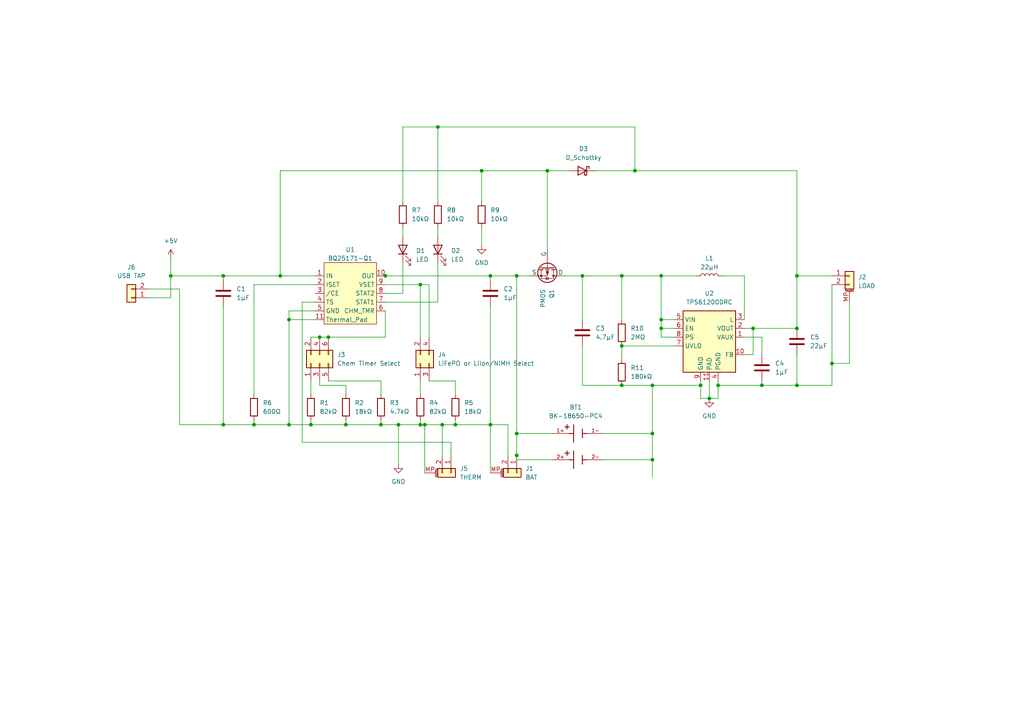
<source format=kicad_sch>
(kicad_sch (version 20231120) (generator "eeschema") (generator_version "8.0")
  (paper "A4")
  (title_block (title "Chatter Battery Charger Backpack") (date "2024-10-20") (rev "0.1.0") (company "Racer159"))
  (lib_symbols
    (symbol "BK-18650-PC4:BK-18650-PC4" (pin_names (offset 1.016))
      (property "Reference" "BT" (at -3.81 6.35 0))
      (property "Value" "BK-18650-PC4" (at -3.81 -10.16 0))
      (symbol "BK-18650-PC4_0_0"
        (polyline (pts (xy -3.81 -3.175) (xy -2.54 -3.175)) (stroke (width 0.254)))
        (polyline (pts (xy -3.81 4.445) (xy -2.54 4.445)) (stroke (width 0.254)))
        (polyline (pts (xy -3.175 -2.54) (xy -3.175 -3.81)) (stroke (width 0.254)))
        (polyline (pts (xy -3.175 5.08) (xy -3.175 3.81)) (stroke (width 0.254)))
        (polyline (pts (xy -1.27 -5.08) (xy -2.54 -5.08)) (stroke (width 0.254)))
        (polyline (pts (xy -1.27 -5.08) (xy -1.27 -7.62)) (stroke (width 0.254)))
        (polyline (pts (xy -1.27 -2.54) (xy -1.27 -5.08)) (stroke (width 0.254)))
        (polyline (pts (xy -1.27 2.54) (xy -2.54 2.54)) (stroke (width 0.254)))
        (polyline (pts (xy -1.27 2.54) (xy -1.27 0)) (stroke (width 0.254)))
        (polyline (pts (xy -1.27 5.08) (xy -1.27 2.54)) (stroke (width 0.254)))
        (polyline (pts (xy 1.27 -5.08) (xy 1.27 -6.35)) (stroke (width 0.254)))
        (polyline (pts (xy 1.27 -5.08) (xy 2.54 -5.08)) (stroke (width 0.254)))
        (polyline (pts (xy 1.27 -3.81) (xy 1.27 -5.08)) (stroke (width 0.254)))
        (polyline (pts (xy 1.27 2.54) (xy 1.27 1.27)) (stroke (width 0.254)))
        (polyline (pts (xy 1.27 2.54) (xy 2.54 2.54)) (stroke (width 0.254)))
        (polyline (pts (xy 1.27 3.81) (xy 1.27 2.54)) (stroke (width 0.254)))
        (pin passive line (at -7.62 2.54 0) (length 5.08) (name "~") (number "1+"))
        (pin passive line (at 7.62 2.54 180) (length 5.08) (name "~") (number "1-"))
        (pin passive line (at -7.62 -5.08 0) (length 5.08) (name "~") (number "2+"))
        (pin passive line (at 7.62 -5.08 180) (length 5.08) (name "~") (number "2-"))
      )
    )
    (symbol "Connector_Generic:Conn_01x02" (pin_names (offset 1.016) hide)
      (property "Reference" "J" (at 0 2.54 0))
      (property "Value" "Conn_01x02" (at 0 -5.08 0))
      (symbol "Conn_01x02_1_1"
        (rectangle (start -1.27 -2.413) (end 0 -2.667) (stroke (width 0.1524)))
        (rectangle (start -1.27 0.127) (end 0 -0.127) (stroke (width 0.1524)))
        (rectangle (start -1.27 1.27) (end 1.27 -3.81) (stroke (width 0.254)) (fill (type background)))
        (pin passive line (at -5.08 0 0) (length 3.81) (name "Pin_1") (number "1"))
        (pin passive line (at -5.08 -2.54 0) (length 3.81) (name "Pin_2") (number "2"))
      )
    )
    (symbol "Connector_Generic:Conn_02x02_Odd_Even" (pin_names (offset 1.016) hide)
      (property "Reference" "J" (at 1.27 2.54 0))
      (property "Value" "Conn_02x02_Odd_Even" (at 1.27 -5.08 0))
      (symbol "Conn_02x02_Odd_Even_1_1"
        (rectangle (start -1.27 -2.413) (end 0 -2.667) (stroke (width 0.1524)))
        (rectangle (start -1.27 0.127) (end 0 -0.127) (stroke (width 0.1524)))
        (rectangle (start -1.27 1.27) (end 3.81 -3.81) (stroke (width 0.254)) (fill (type background)))
        (rectangle (start 3.81 -2.413) (end 2.54 -2.667) (stroke (width 0.1524)))
        (rectangle (start 3.81 0.127) (end 2.54 -0.127) (stroke (width 0.1524)))
        (pin passive line (at -5.08 0 0) (length 3.81) (name "Pin_1") (number "1"))
        (pin passive line (at 7.62 0 180) (length 3.81) (name "Pin_2") (number "2"))
        (pin passive line (at -5.08 -2.54 0) (length 3.81) (name "Pin_3") (number "3"))
        (pin passive line (at 7.62 -2.54 180) (length 3.81) (name "Pin_4") (number "4"))
      )
    )
    (symbol "Connector_Generic:Conn_02x03_Odd_Even" (pin_names (offset 1.016) hide)
      (property "Reference" "J" (at 1.27 5.08 0))
      (property "Value" "Conn_02x03_Odd_Even" (at 1.27 -5.08 0))
      (symbol "Conn_02x03_Odd_Even_1_1"
        (rectangle (start -1.27 -2.413) (end 0 -2.667) (stroke (width 0.1524)))
        (rectangle (start -1.27 0.127) (end 0 -0.127) (stroke (width 0.1524)))
        (rectangle (start -1.27 2.667) (end 0 2.413) (stroke (width 0.1524)))
        (rectangle (start -1.27 3.81) (end 3.81 -3.81) (stroke (width 0.254)) (fill (type background)))
        (rectangle (start 3.81 -2.413) (end 2.54 -2.667) (stroke (width 0.1524)))
        (rectangle (start 3.81 0.127) (end 2.54 -0.127) (stroke (width 0.1524)))
        (rectangle (start 3.81 2.667) (end 2.54 2.413) (stroke (width 0.1524)))
        (pin passive line (at -5.08 2.54 0) (length 3.81) (name "Pin_1") (number "1"))
        (pin passive line (at 7.62 2.54 180) (length 3.81) (name "Pin_2") (number "2"))
        (pin passive line (at -5.08 0 0) (length 3.81) (name "Pin_3") (number "3"))
        (pin passive line (at 7.62 0 180) (length 3.81) (name "Pin_4") (number "4"))
        (pin passive line (at -5.08 -2.54 0) (length 3.81) (name "Pin_5") (number "5"))
        (pin passive line (at 7.62 -2.54 180) (length 3.81) (name "Pin_6") (number "6"))
      )
    )
    (symbol "Connector_Generic_MountingPin:Conn_01x02_MountingPin" (pin_names (offset 1.016) hide)
      (property "Reference" "J" (at 0 2.54 0))
      (property "Value" "Conn_01x02_MountingPin" (at 1.27 -5.08 0))
      (symbol "Conn_01x02_MountingPin_1_1"
        (rectangle (start -1.27 -2.413) (end 0 -2.667) (stroke (width 0.1524)))
        (rectangle (start -1.27 0.127) (end 0 -0.127) (stroke (width 0.1524)))
        (rectangle (start -1.27 1.27) (end 1.27 -3.81) (stroke (width 0.254)) (fill (type background)))
        (polyline (pts (xy -1.016 -4.572) (xy 1.016 -4.572)) (stroke (width 0.1524)))
        (text "Mounting" (at 0 -4.191 0) (effects (font (size 0.381 0.381))))
        (pin passive line (at -5.08 0 0) (length 3.81) (name "Pin_1") (number "1"))
        (pin passive line (at -5.08 -2.54 0) (length 3.81) (name "Pin_2") (number "2"))
        (pin passive line (at 0 -7.62 90) (length 3.048) (name "MountPin") (number "MP"))
      )
    )
    (symbol "Device:C" (pin_numbers hide) (pin_names (offset 0.254))
      (property "Reference" "C" (at 0.635 2.54 0))
      (property "Value" "C" (at 0.635 -2.54 0))
      (symbol "C_0_1"
        (polyline (pts (xy -2.032 -0.762) (xy 2.032 -0.762)) (stroke (width 0.508)))
        (polyline (pts (xy -2.032 0.762) (xy 2.032 0.762)) (stroke (width 0.508)))
      )
      (symbol "C_1_1"
        (pin passive line (at 0 3.81 270) (length 2.794) (name "~") (number "1"))
        (pin passive line (at 0 -3.81 90) (length 2.794) (name "~") (number "2"))
      )
    )
    (symbol "Device:D_Schottky" (pin_numbers hide) (pin_names (offset 1.016) hide)
      (property "Reference" "D" (at 0 2.54 0))
      (property "Value" "D_Schottky" (at 0 -2.54 0))
      (symbol "D_Schottky_0_1"
        (polyline (pts (xy 1.27 0) (xy -1.27 0)))
        (polyline (pts (xy 1.27 1.27) (xy 1.27 -1.27) (xy -1.27 0) (xy 1.27 1.27)) (stroke (width 0.254)))
        (polyline (pts (xy -1.905 0.635) (xy -1.905 1.27) (xy -1.27 1.27) (xy -1.27 -1.27) (xy -0.635 -1.27) (xy -0.635 -0.635)) (stroke (width 0.254)))
      )
      (symbol "D_Schottky_1_1"
        (pin passive line (at -3.81 0 0) (length 2.54) (name "K") (number "1"))
        (pin passive line (at 3.81 0 180) (length 2.54) (name "A") (number "2"))
      )
    )
    (symbol "Device:L" (pin_numbers hide) (pin_names (offset 1.016) hide)
      (property "Reference" "L" (at -1.27 0 90))
      (property "Value" "L" (at 1.905 0 90))
      (symbol "L_0_1"
        (arc (start 0 -2.54) (mid 0.6323 -1.905) (end 0 -1.27))
        (arc (start 0 -1.27) (mid 0.6323 -0.635) (end 0 0))
        (arc (start 0 0) (mid 0.6323 0.635) (end 0 1.27))
        (arc (start 0 1.27) (mid 0.6323 1.905) (end 0 2.54))
      )
      (symbol "L_1_1"
        (pin passive line (at 0 3.81 270) (length 1.27) (name "1") (number "1"))
        (pin passive line (at 0 -3.81 90) (length 1.27) (name "2") (number "2"))
      )
    )
    (symbol "Device:LED" (pin_numbers hide) (pin_names (offset 1.016) hide)
      (property "Reference" "D" (at 0 2.54 0))
      (property "Value" "LED" (at 0 -2.54 0))
      (symbol "LED_0_1"
        (polyline (pts (xy -1.27 -1.27) (xy -1.27 1.27)) (stroke (width 0.254)))
        (polyline (pts (xy -1.27 0) (xy 1.27 0)))
        (polyline (pts (xy 1.27 -1.27) (xy 1.27 1.27) (xy -1.27 0) (xy 1.27 -1.27)) (stroke (width 0.254)))
        (polyline (pts (xy -3.048 -0.762) (xy -4.572 -2.286) (xy -3.81 -2.286) (xy -4.572 -2.286) (xy -4.572 -1.524)))
        (polyline (pts (xy -1.778 -0.762) (xy -3.302 -2.286) (xy -2.54 -2.286) (xy -3.302 -2.286) (xy -3.302 -1.524)))
      )
      (symbol "LED_1_1"
        (pin passive line (at -3.81 0 0) (length 2.54) (name "K") (number "1"))
        (pin passive line (at 3.81 0 180) (length 2.54) (name "A") (number "2"))
      )
    )
    (symbol "Device:R" (pin_numbers hide) (pin_names (offset 0))
      (property "Reference" "R" (at 2.032 0 90))
      (property "Value" "R" (at 0 0 90))
      (symbol "R_0_1"
        (rectangle (start -1.016 -2.54) (end 1.016 2.54) (stroke (width 0.254)))
      )
      (symbol "R_1_1"
        (pin passive line (at 0 3.81 270) (length 1.27) (name "~") (number "1"))
        (pin passive line (at 0 -3.81 90) (length 1.27) (name "~") (number "2"))
      )
    )
    (symbol "Regulator_Switching:TPS61200DRC"
      (property "Reference" "U" (at -10.16 8.89 0))
      (property "Value" "TPS61200DRC" (at -2.54 8.89 0))
      (symbol "TPS61200DRC_0_1"
        (rectangle (start -7.62 7.62) (end 7.62 -10.16) (stroke (width 0.254)) (fill (type background)))
      )
      (symbol "TPS61200DRC_1_1"
        (pin bidirectional line (at 10.16 0 180) (length 2.54) (name "VAUX") (number "1"))
        (pin input line (at 10.16 -5.08 180) (length 2.54) (name "FB") (number "10"))
        (pin power_in line (at 0 -12.7 90) (length 2.54) (name "PAD") (number "11"))
        (pin power_out line (at 10.16 2.54 180) (length 2.54) (name "VOUT") (number "2"))
        (pin input line (at 10.16 5.08 180) (length 2.54) (name "L") (number "3"))
        (pin power_in line (at 2.54 -12.7 90) (length 2.54) (name "PGND") (number "4"))
        (pin power_in line (at -10.16 5.08 0) (length 2.54) (name "VIN") (number "5"))
        (pin input line (at -10.16 2.54 0) (length 2.54) (name "EN") (number "6"))
        (pin input line (at -10.16 -2.54 0) (length 2.54) (name "UVLO") (number "7"))
        (pin input line (at -10.16 0 0) (length 2.54) (name "PS") (number "8"))
        (pin power_in line (at -2.54 -12.7 90) (length 2.54) (name "GND") (number "9"))
      )
    )
    (symbol "Simulation_SPICE:PMOS" (pin_numbers hide) (pin_names (offset 0))
      (property "Reference" "Q" (at 5.08 1.27 0))
      (property "Value" "PMOS" (at 5.08 -1.27 0))
      (symbol "PMOS_0_1"
        (polyline (pts (xy 0.254 0) (xy -2.54 0)))
        (polyline (pts (xy 0.254 1.905) (xy 0.254 -1.905)) (stroke (width 0.254)))
        (polyline (pts (xy 0.762 -1.27) (xy 0.762 -2.286)) (stroke (width 0.254)))
        (polyline (pts (xy 0.762 0.508) (xy 0.762 -0.508)) (stroke (width 0.254)))
        (polyline (pts (xy 0.762 2.286) (xy 0.762 1.27)) (stroke (width 0.254)))
        (polyline (pts (xy 2.54 2.54) (xy 2.54 1.778)))
        (polyline (pts (xy 2.54 -2.54) (xy 2.54 0) (xy 0.762 0)))
        (polyline (pts (xy 0.762 1.778) (xy 3.302 1.778) (xy 3.302 -1.778) (xy 0.762 -1.778)))
        (polyline (pts (xy 2.286 0) (xy 1.27 0.381) (xy 1.27 -0.381) (xy 2.286 0)) (fill (type outline)))
        (polyline (pts (xy 2.794 -0.508) (xy 2.921 -0.381) (xy 3.683 -0.381) (xy 3.81 -0.254)))
        (polyline (pts (xy 3.302 -0.381) (xy 2.921 0.254) (xy 3.683 0.254) (xy 3.302 -0.381)))
        (circle (center 1.651 0) (radius 2.794) (stroke (width 0.254)))
        (circle (center 2.54 -1.778) (radius 0.254) (fill (type outline)))
        (circle (center 2.54 1.778) (radius 0.254) (fill (type outline)))
      )
      (symbol "PMOS_1_1"
        (pin passive line (at 2.54 5.08 270) (length 2.54) (name "D") (number "1"))
        (pin input line (at -5.08 0 0) (length 2.54) (name "G") (number "2"))
        (pin passive line (at 2.54 -5.08 90) (length 2.54) (name "S") (number "3"))
      )
    )
    (symbol "bq25171-q1:bq25171-q1"
      (property "Reference" "BQ25171-Q1" (at 0 10.414 0))
      (symbol "bq25171-q1_1_1"
        (rectangle (start -7.62 8.89) (end 7.62 -8.89) (fill (type background)))
        (pin power_in line (at -10.16 5.08 0) (length 2.54) (name "IN") (number "1"))
        (pin power_out line (at 10.16 5.08 180) (length 2.54) (name "OUT") (number "10"))
        (pin power_in line (at -10.16 -7.62 0) (length 2.54) (name "Thermal_Pad") (number "11"))
        (pin input line (at -10.16 2.54 0) (length 2.54) (name "ISET") (number "2"))
        (pin input line (at -10.16 0 0) (length 2.54) (name "/CE") (number "3"))
        (pin input line (at -10.16 -2.54 0) (length 2.54) (name "TS") (number "4"))
        (pin power_in line (at -10.16 -5.08 0) (length 2.54) (name "GND") (number "5"))
        (pin input line (at 10.16 -5.08 180) (length 2.54) (name "CHM_TMR") (number "6"))
        (pin output line (at 10.16 -2.54 180) (length 2.54) (name "STAT1") (number "7"))
        (pin output line (at 10.16 0 180) (length 2.54) (name "STAT2") (number "8"))
        (pin input line (at 10.16 2.54 180) (length 2.54) (name "VSET") (number "9"))
      )
    )
    (symbol "power:+5V" (power) (pin_numbers hide) (pin_names (offset 0) hide)
      (property "Value" "+5V" (at 0 3.556 0))
      (symbol "+5V_0_1"
        (polyline (pts (xy -0.762 1.27) (xy 0 2.54)))
        (polyline (pts (xy 0 0) (xy 0 2.54)))
        (polyline (pts (xy 0 2.54) (xy 0.762 1.27)))
      )
      (symbol "+5V_1_1"
        (pin power_in line (at 0 0 90) (length 0) (name "~") (number "1"))
      )
    )
    (symbol "power:GND" (power) (pin_numbers hide) (pin_names (offset 0) hide)
      (property "Value" "GND" (at 0 -3.81 0))
      (symbol "GND_0_1"
        (polyline (pts (xy 0 0) (xy 0 -1.27) (xy 1.27 -1.27) (xy 0 -2.54) (xy -1.27 -1.27) (xy 0 -1.27)))
      )
      (symbol "GND_1_1"
        (pin power_in line (at 0 0 270) (length 0) (name "~") (number "1"))
      )
    )
  )
  (junction (at 203.2 111.76))
  (junction (at 241.3 105.41))
  (junction (at 111.76 80.01))
  (junction (at 142.24 123.19))
  (junction (at 231.14 95.25))
  (junction (at 180.34 100.33))
  (junction (at 168.91 80.01))
  (junction (at 191.77 92.71))
  (junction (at 100.33 123.19))
  (junction (at 64.77 80.01))
  (junction (at 218.44 95.25))
  (junction (at 149.86 80.01))
  (junction (at 132.08 123.19))
  (junction (at 149.86 125.73))
  (junction (at 115.57 123.19))
  (junction (at 128.27 123.19))
  (junction (at 81.28 80.01))
  (junction (at 189.23 111.76))
  (junction (at 208.28 111.76))
  (junction (at 64.77 123.19))
  (junction (at 149.86 132.08))
  (junction (at 191.77 80.01))
  (junction (at 220.98 111.76))
  (junction (at 127 36.83))
  (junction (at 90.17 123.19))
  (junction (at 139.7 49.53))
  (junction (at 142.24 80.01))
  (junction (at 191.77 95.25))
  (junction (at 121.92 82.55))
  (junction (at 121.92 123.19))
  (junction (at 205.74 115.57))
  (junction (at 49.53 80.01))
  (junction (at 180.34 111.76))
  (junction (at 110.49 123.19))
  (junction (at 184.15 49.53))
  (junction (at 158.75 49.53))
  (junction (at 73.66 123.19))
  (junction (at 92.71 97.79))
  (junction (at 83.82 123.19))
  (junction (at 180.34 80.01))
  (junction (at 189.23 133.35))
  (junction (at 95.25 97.79))
  (junction (at 189.23 125.73))
  (junction (at 123.19 123.19))
  (junction (at 231.14 80.01))
  (junction (at 83.82 92.71))
  (junction (at 231.14 111.76))
  (wire (pts (xy 83.82 92.71) (xy 83.82 123.19)))
  (wire (pts (xy 208.28 111.76) (xy 220.98 111.76)))
  (wire (pts (xy 52.07 83.82) (xy 52.07 123.19)))
  (wire (pts (xy 220.98 97.79) (xy 220.98 102.87)))
  (wire (pts (xy 121.92 97.79) (xy 121.92 82.55)))
  (wire (pts (xy 180.34 100.33) (xy 180.34 104.14)))
  (wire (pts (xy 184.15 49.53) (xy 231.14 49.53)))
  (wire (pts (xy 64.77 88.9) (xy 64.77 123.19)))
  (wire (pts (xy 64.77 80.01) (xy 81.28 80.01)))
  (wire (pts (xy 149.86 80.01) (xy 153.67 80.01)))
  (wire (pts (xy 142.24 123.19) (xy 142.24 137.16)))
  (wire (pts (xy 127 87.63) (xy 111.76 87.63)))
  (wire (pts (xy 73.66 123.19) (xy 73.66 121.92)))
  (wire (pts (xy 191.77 95.25) (xy 191.77 92.71)))
  (wire (pts (xy 208.28 115.57) (xy 205.74 115.57)))
  (wire (pts (xy 109.22 80.01) (xy 111.76 80.01)))
  (wire (pts (xy 127 66.04) (xy 127 68.58)))
  (wire (pts (xy 110.49 121.92) (xy 110.49 123.19)))
  (wire (pts (xy 180.34 111.76) (xy 189.23 111.76)))
  (wire (pts (xy 123.19 123.19) (xy 121.92 123.19)))
  (wire (pts (xy 215.9 80.01) (xy 209.55 80.01)))
  (wire (pts (xy 142.24 80.01) (xy 149.86 80.01)))
  (wire (pts (xy 87.63 87.63) (xy 87.63 128.27)))
  (wire (pts (xy 231.14 49.53) (xy 231.14 80.01)))
  (wire (pts (xy 241.3 105.41) (xy 241.3 111.76)))
  (wire (pts (xy 139.7 49.53) (xy 158.75 49.53)))
  (wire (pts (xy 147.32 123.19) (xy 142.24 123.19)))
  (wire (pts (xy 111.76 82.55) (xy 121.92 82.55)))
  (wire (pts (xy 83.82 123.19) (xy 73.66 123.19)))
  (wire (pts (xy 163.83 80.01) (xy 168.91 80.01)))
  (wire (pts (xy 81.28 49.53) (xy 139.7 49.53)))
  (wire (pts (xy 180.34 100.33) (xy 195.58 100.33)))
  (wire (pts (xy 203.2 111.76) (xy 203.2 115.57)))
  (wire (pts (xy 81.28 80.01) (xy 81.28 49.53)))
  (wire (pts (xy 220.98 111.76) (xy 231.14 111.76)))
  (wire (pts (xy 121.92 82.55) (xy 124.46 82.55)))
  (wire (pts (xy 92.71 111.76) (xy 100.33 111.76)))
  (wire (pts (xy 149.86 80.01) (xy 149.86 125.73)))
  (wire (pts (xy 231.14 80.01) (xy 241.3 80.01)))
  (wire (pts (xy 124.46 97.79) (xy 124.46 82.55)))
  (wire (pts (xy 191.77 95.25) (xy 195.58 95.25)))
  (wire (pts (xy 220.98 110.49) (xy 220.98 111.76)))
  (wire (pts (xy 168.91 80.01) (xy 168.91 92.71)))
  (wire (pts (xy 203.2 110.49) (xy 203.2 111.76)))
  (wire (pts (xy 189.23 111.76) (xy 203.2 111.76)))
  (wire (pts (xy 127 76.2) (xy 127 87.63)))
  (wire (pts (xy 43.18 86.36) (xy 49.53 86.36)))
  (wire (pts (xy 128.27 123.19) (xy 123.19 123.19)))
  (wire (pts (xy 215.9 102.87) (xy 218.44 102.87)))
  (wire (pts (xy 191.77 92.71) (xy 191.77 80.01)))
  (wire (pts (xy 100.33 121.92) (xy 100.33 123.19)))
  (wire (pts (xy 90.17 97.79) (xy 92.71 97.79)))
  (wire (pts (xy 116.84 66.04) (xy 116.84 68.58)))
  (wire (pts (xy 132.08 110.49) (xy 132.08 114.3)))
  (wire (pts (xy 116.84 36.83) (xy 116.84 58.42)))
  (wire (pts (xy 127 36.83) (xy 116.84 36.83)))
  (wire (pts (xy 158.75 49.53) (xy 158.75 72.39)))
  (wire (pts (xy 191.77 92.71) (xy 195.58 92.71)))
  (wire (pts (xy 215.9 95.25) (xy 218.44 95.25)))
  (wire (pts (xy 191.77 80.01) (xy 201.93 80.01)))
  (wire (pts (xy 149.86 132.08) (xy 149.86 133.35)))
  (wire (pts (xy 91.44 87.63) (xy 87.63 87.63)))
  (wire (pts (xy 231.14 102.87) (xy 231.14 111.76)))
  (wire (pts (xy 73.66 82.55) (xy 73.66 114.3)))
  (wire (pts (xy 111.76 97.79) (xy 111.76 90.17)))
  (wire (pts (xy 208.28 110.49) (xy 208.28 111.76)))
  (wire (pts (xy 139.7 49.53) (xy 139.7 58.42)))
  (wire (pts (xy 195.58 97.79) (xy 191.77 97.79)))
  (wire (pts (xy 142.24 80.01) (xy 142.24 81.28)))
  (wire (pts (xy 215.9 97.79) (xy 220.98 97.79)))
  (wire (pts (xy 132.08 121.92) (xy 132.08 123.19)))
  (wire (pts (xy 116.84 85.09) (xy 111.76 85.09)))
  (wire (pts (xy 246.38 105.41) (xy 241.3 105.41)))
  (wire (pts (xy 246.38 87.63) (xy 246.38 105.41)))
  (wire (pts (xy 205.74 110.49) (xy 205.74 115.57)))
  (wire (pts (xy 160.02 133.35) (xy 149.86 133.35)))
  (wire (pts (xy 184.15 36.83) (xy 127 36.83)))
  (wire (pts (xy 168.91 80.01) (xy 180.34 80.01)))
  (wire (pts (xy 218.44 102.87) (xy 218.44 95.25)))
  (wire (pts (xy 160.02 125.73) (xy 149.86 125.73)))
  (wire (pts (xy 111.76 80.01) (xy 142.24 80.01)))
  (wire (pts (xy 83.82 92.71) (xy 91.44 92.71)))
  (wire (pts (xy 132.08 123.19) (xy 142.24 123.19)))
  (wire (pts (xy 189.23 133.35) (xy 189.23 125.73)))
  (wire (pts (xy 100.33 123.19) (xy 110.49 123.19)))
  (wire (pts (xy 128.27 123.19) (xy 128.27 132.08)))
  (wire (pts (xy 127 36.83) (xy 127 58.42)))
  (wire (pts (xy 115.57 123.19) (xy 121.92 123.19)))
  (wire (pts (xy 189.23 125.73) (xy 189.23 111.76)))
  (wire (pts (xy 142.24 88.9) (xy 142.24 123.19)))
  (wire (pts (xy 81.28 80.01) (xy 91.44 80.01)))
  (wire (pts (xy 90.17 121.92) (xy 90.17 123.19)))
  (wire (pts (xy 100.33 111.76) (xy 100.33 114.3)))
  (wire (pts (xy 130.81 128.27) (xy 130.81 132.08)))
  (wire (pts (xy 168.91 111.76) (xy 180.34 111.76)))
  (wire (pts (xy 95.25 110.49) (xy 110.49 110.49)))
  (wire (pts (xy 231.14 95.25) (xy 231.14 80.01)))
  (wire (pts (xy 116.84 76.2) (xy 116.84 85.09)))
  (wire (pts (xy 180.34 80.01) (xy 180.34 92.71)))
  (wire (pts (xy 49.53 86.36) (xy 49.53 80.01)))
  (wire (pts (xy 218.44 95.25) (xy 231.14 95.25)))
  (wire (pts (xy 100.33 123.19) (xy 90.17 123.19)))
  (wire (pts (xy 203.2 115.57) (xy 205.74 115.57)))
  (wire (pts (xy 123.19 123.19) (xy 123.19 137.16)))
  (wire (pts (xy 87.63 128.27) (xy 130.81 128.27)))
  (wire (pts (xy 115.57 123.19) (xy 115.57 134.62)))
  (wire (pts (xy 158.75 49.53) (xy 165.1 49.53)))
  (wire (pts (xy 149.86 125.73) (xy 149.86 132.08)))
  (wire (pts (xy 208.28 111.76) (xy 208.28 115.57)))
  (wire (pts (xy 189.23 138.43) (xy 189.23 133.35)))
  (wire (pts (xy 241.3 82.55) (xy 241.3 105.41)))
  (wire (pts (xy 91.44 82.55) (xy 73.66 82.55)))
  (wire (pts (xy 215.9 92.71) (xy 215.9 80.01)))
  (wire (pts (xy 64.77 123.19) (xy 73.66 123.19)))
  (wire (pts (xy 184.15 49.53) (xy 184.15 36.83)))
  (wire (pts (xy 49.53 80.01) (xy 64.77 80.01)))
  (wire (pts (xy 175.26 125.73) (xy 189.23 125.73)))
  (wire (pts (xy 175.26 133.35) (xy 189.23 133.35)))
  (wire (pts (xy 121.92 110.49) (xy 121.92 114.3)))
  (wire (pts (xy 241.3 111.76) (xy 231.14 111.76)))
  (wire (pts (xy 124.46 110.49) (xy 132.08 110.49)))
  (wire (pts (xy 132.08 123.19) (xy 128.27 123.19)))
  (wire (pts (xy 110.49 110.49) (xy 110.49 114.3)))
  (wire (pts (xy 172.72 49.53) (xy 184.15 49.53)))
  (wire (pts (xy 95.25 97.79) (xy 111.76 97.79)))
  (wire (pts (xy 110.49 123.19) (xy 115.57 123.19)))
  (wire (pts (xy 180.34 80.01) (xy 191.77 80.01)))
  (wire (pts (xy 49.53 74.93) (xy 49.53 80.01)))
  (wire (pts (xy 92.71 97.79) (xy 95.25 97.79)))
  (wire (pts (xy 92.71 110.49) (xy 92.71 111.76)))
  (wire (pts (xy 147.32 132.08) (xy 147.32 123.19)))
  (wire (pts (xy 64.77 80.01) (xy 64.77 81.28)))
  (wire (pts (xy 139.7 66.04) (xy 139.7 71.12)))
  (wire (pts (xy 168.91 100.33) (xy 168.91 111.76)))
  (wire (pts (xy 83.82 90.17) (xy 83.82 92.71)))
  (wire (pts (xy 43.18 83.82) (xy 52.07 83.82)))
  (wire (pts (xy 52.07 123.19) (xy 64.77 123.19)))
  (wire (pts (xy 121.92 123.19) (xy 121.92 121.92)))
  (wire (pts (xy 191.77 97.79) (xy 191.77 95.25)))
  (wire (pts (xy 91.44 90.17) (xy 83.82 90.17)))
  (wire (pts (xy 83.82 123.19) (xy 90.17 123.19)))
  (wire (pts (xy 90.17 110.49) (xy 90.17 114.3)))
  (symbol (lib_id "Device:C") (at 231.14 99.06 0) (unit 1)
    (property "Reference" "C5" (at 234.95 97.7899 0) (effects (justify left)))
    (property "Value" "22μF" (at 234.95 100.3299 0) (effects (justify left)))
    (property "Footprint" "Capacitor_SMD:C_0805_2012Metric_Pad1.18x1.45mm_HandSolder" (effects (hide yes)))
    (property "Description" "Unpolarized capacitor" (effects (hide yes)))
  )
  (symbol (lib_id "Device:C") (at 168.91 96.52 0) (unit 1)
    (property "Reference" "C3" (at 172.72 95.2499 0) (effects (justify left)))
    (property "Value" "4.7μF" (at 172.72 97.7899 0) (effects (justify left)))
    (property "Footprint" "Capacitor_SMD:C_0805_2012Metric_Pad1.18x1.45mm_HandSolder" (effects (hide yes)))
    (property "Description" "Unpolarized capacitor" (effects (hide yes)))
  )
  (symbol (lib_id "Device:LED") (at 116.84 72.39 90) (unit 1)
    (property "Reference" "D1" (at 120.65 72.7074 90) (effects (justify right)))
    (property "Value" "LED" (at 120.65 75.2474 90) (effects (justify right)))
    (property "Footprint" "LED_SMD:LED_0805_2012Metric_Pad1.15x1.40mm_HandSolder" (effects (hide yes)))
    (property "Description" "Light emitting diode" (effects (hide yes)))
  )
  (symbol (lib_id "Simulation_SPICE:PMOS") (at 158.75 77.47 270) (unit 1)
    (property "Reference" "Q1" (at 160.0201 83.82 0) (effects (justify left)))
    (property "Value" "PMOS" (at 157.4801 83.82 0) (effects (justify left)))
    (property "Footprint" "Package_TO_SOT_SMD:SOT-23_Handsoldering" (effects (hide yes)))
    (property "Datasheet" "https://ngspice.sourceforge.io/docs/ngspice-html-manual/manual.xhtml#cha_MOSFETs" (effects (hide yes)))
    (property "Description" "P-MOSFET transistor, drain/source/gate" (effects (hide yes)))
    (property "Sim.Device" "PMOS" (effects (hide yes)))
    (property "Sim.Type" "VDMOS" (effects (hide yes)))
    (property "Sim.Pins" "1=D 2=G 3=S" (effects (hide yes)))
  )
  (symbol (lib_id "power:GND") (at 139.7 71.12 0) (unit 1)
    (property "Reference" "#PWR03" (effects (hide yes)))
    (property "Value" "GND" (at 139.7 76.2 0))
    (property "Description" "Power symbol creates a global label with name \"GND\" , ground" (effects (hide yes)))
  )
  (symbol (lib_id "Connector_Generic_MountingPin:Conn_01x02_MountingPin") (at 130.81 137.16 270) (unit 1)
    (property "Reference" "J5" (at 133.35 135.8899 90) (effects (justify left)))
    (property "Value" "THERM" (at 133.35 138.4299 90) (effects (justify left)))
    (property "Footprint" "Connector_JST:JST_PH_S2B-PH-SM4-TB_1x02-1MP_P2.00mm_Horizontal" (effects (hide yes)))
    (property "Description" "Generic connectable mounting pin connector, single row, 01x02, script generated (kicad-library-utils/schlib/autogen/connector/)" (effects (hide yes)))
  )
  (symbol (lib_id "power:GND") (at 115.57 134.62 0) (unit 1)
    (property "Reference" "#PWR02" (effects (hide yes)))
    (property "Value" "GND" (at 115.57 139.7 0))
    (property "Description" "Power symbol creates a global label with name \"GND\" , ground" (effects (hide yes)))
  )
  (symbol (lib_id "Device:R") (at 139.7 62.23 0) (unit 1)
    (property "Reference" "R9" (at 142.24 60.9599 0) (effects (justify left)))
    (property "Value" "10kΩ" (at 142.24 63.4999 0) (effects (justify left)))
    (property "Footprint" "Resistor_SMD:R_0805_2012Metric_Pad1.20x1.40mm_HandSolder" (effects (hide yes)))
    (property "Description" "Resistor (LED)" (effects (hide yes)))
  )
  (symbol (lib_id "Device:R") (at 132.08 118.11 0) (unit 1)
    (property "Reference" "R5" (at 134.62 116.8399 0) (effects (justify left)))
    (property "Value" "18kΩ" (at 134.62 119.3799 0) (effects (justify left)))
    (property "Footprint" "Resistor_SMD:R_0805_2012Metric_Pad1.20x1.40mm_HandSolder" (effects (hide yes)))
    (property "Description" "Resistor (LiIon 4.2 / NiMH 3-cell+Intermittent)" (effects (hide yes)))
  )
  (symbol (lib_id "Device:D_Schottky") (at 168.91 49.53 0) (mirror y) (unit 1)
    (property "Reference" "D3" (at 169.2275 43.18 0))
    (property "Value" "D_Schottky" (at 169.2275 45.72 0))
    (property "Footprint" "Diode_SMD:D_0805_2012Metric_Pad1.15x1.40mm_HandSolder" (effects (hide yes)))
    (property "Description" "Schottky diode" (effects (hide yes)))
  )
  (symbol (lib_id "Device:R") (at 180.34 96.52 0) (unit 1)
    (property "Reference" "R10" (at 182.88 95.2499 0) (effects (justify left)))
    (property "Value" "2MΩ" (at 182.88 97.7899 0) (effects (justify left)))
    (property "Footprint" "Resistor_SMD:R_0805_2012Metric_Pad1.20x1.40mm_HandSolder" (effects (hide yes)))
    (property "Description" "Resistor (LiIon 4.2 / NiMH 3-cell+Intermittent)" (effects (hide yes)))
  )
  (symbol (lib_id "Device:C") (at 142.24 85.09 0) (unit 1)
    (property "Reference" "C2" (at 146.05 83.8199 0) (effects (justify left)))
    (property "Value" "1μF" (at 146.05 86.3599 0) (effects (justify left)))
    (property "Footprint" "Capacitor_SMD:C_0805_2012Metric_Pad1.18x1.45mm_HandSolder" (effects (hide yes)))
    (property "Description" "Unpolarized capacitor" (effects (hide yes)))
  )
  (symbol (lib_id "power:+5V") (at 49.53 74.93 0) (unit 1)
    (property "Reference" "#PWR01" (effects (hide yes)))
    (property "Value" "+5V" (at 49.53 69.85 0))
    (property "Description" "Power symbol creates a global label with name \"+5V\"" (effects (hide yes)))
  )
  (symbol (lib_id "bq25171-q1:bq25171-q1") (at 101.6 85.09 0) (unit 1)
    (property "Reference" "U1" (at 101.6 72.39 0))
    (property "Value" "BQ25171-Q1" (at 101.6 74.93 0))
    (property "Footprint" "Package_SON:Texas_S-PVSON-N10_ThermalVias" (effects (hide yes)))
  )
  (symbol (lib_id "Device:R") (at 110.49 118.11 0) (unit 1)
    (property "Reference" "R3" (at 113.03 116.8399 0) (effects (justify left)))
    (property "Value" "4.7kΩ" (at 113.03 119.3799 0) (effects (justify left)))
    (property "Footprint" "Resistor_SMD:R_0805_2012Metric_Pad1.20x1.40mm_HandSolder" (effects (hide yes)))
    (property "Description" "Resistor (NiMH - 20hr)" (effects (hide yes)))
  )
  (symbol (lib_id "Device:L") (at 205.74 80.01 90) (unit 1)
    (property "Reference" "L1" (at 205.74 74.93 90))
    (property "Value" "22μH" (at 205.74 77.47 90))
    (property "Footprint" "Inductor_SMD:L_0805_2012Metric_Pad1.05x1.20mm_HandSolder" (effects (hide yes)))
    (property "Description" "Inductor" (effects (hide yes)))
  )
  (symbol (lib_id "Connector_Generic:Conn_02x03_Odd_Even") (at 92.71 105.41 90) (unit 1)
    (property "Reference" "J3" (at 97.79 102.8699 90) (effects (justify right)))
    (property "Value" "Chem Timer Select" (at 97.79 105.4099 90) (effects (justify right)))
    (property "Footprint" "Connector_PinHeader_2.00mm:PinHeader_2x03_P2.00mm_Vertical_SMD" (effects (hide yes)))
    (property "Description" "Generic connector, double row, 02x03, odd/even pin numbering scheme (row 1 odd numbers, row 2 even numbers), script generated (kicad-library-utils/schlib/autogen/connector/)" (effects (hide yes)))
  )
  (symbol (lib_id "Device:C") (at 64.77 85.09 0) (unit 1)
    (property "Reference" "C1" (at 68.58 83.8199 0) (effects (justify left)))
    (property "Value" "1μF" (at 68.58 86.3599 0) (effects (justify left)))
    (property "Footprint" "Capacitor_SMD:C_0805_2012Metric_Pad1.18x1.45mm_HandSolder" (effects (hide yes)))
    (property "Description" "Unpolarized capacitor" (effects (hide yes)))
  )
  (symbol (lib_id "Device:R") (at 180.34 107.95 0) (unit 1)
    (property "Reference" "R11" (at 182.88 106.6799 0) (effects (justify left)))
    (property "Value" "180kΩ" (at 182.88 109.2199 0) (effects (justify left)))
    (property "Footprint" "Resistor_SMD:R_0805_2012Metric_Pad1.20x1.40mm_HandSolder" (effects (hide yes)))
    (property "Description" "Resistor (LiIon 4.2 / NiMH 3-cell+Intermittent)" (effects (hide yes)))
  )
  (symbol (lib_id "Connector_Generic:Conn_02x02_Odd_Even") (at 121.92 105.41 90) (unit 1)
    (property "Reference" "J4" (at 127 102.8699 90) (effects (justify right)))
    (property "Value" "LiFePO or LiIon/NiMH Select" (at 127 105.4099 90) (effects (justify right)))
    (property "Footprint" "Connector_PinHeader_2.00mm:PinHeader_2x02_P2.00mm_Vertical_SMD" (effects (hide yes)))
    (property "Description" "Generic connector, double row, 02x02, odd/even pin numbering scheme (row 1 odd numbers, row 2 even numbers), script generated (kicad-library-utils/schlib/autogen/connector/)" (effects (hide yes)))
  )
  (symbol (lib_id "Connector_Generic_MountingPin:Conn_01x02_MountingPin") (at 149.86 137.16 270) (unit 1)
    (property "Reference" "J1" (at 152.4 135.8899 90) (effects (justify left)))
    (property "Value" "BAT" (at 152.4 138.4299 90) (effects (justify left)))
    (property "Footprint" "Connector_JST:JST_PH_S2B-PH-SM4-TB_1x02-1MP_P2.00mm_Horizontal" (effects (hide yes)))
    (property "Description" "Generic connectable mounting pin connector, single row, 01x02, script generated (kicad-library-utils/schlib/autogen/connector/)" (effects (hide yes)))
  )
  (symbol (lib_id "Connector_Generic_MountingPin:Conn_01x02_MountingPin") (at 246.38 80.01 0) (unit 1)
    (property "Reference" "J2" (at 248.92 80.3655 0) (effects (justify left)))
    (property "Value" "LOAD" (at 248.92 82.9055 0) (effects (justify left)))
    (property "Footprint" "Connector_JST:JST_PH_S2B-PH-SM4-TB_1x02-1MP_P2.00mm_Horizontal" (effects (hide yes)))
    (property "Description" "Generic connectable mounting pin connector, single row, 01x02, script generated (kicad-library-utils/schlib/autogen/connector/)" (effects (hide yes)))
  )
  (symbol (lib_id "Device:C") (at 220.98 106.68 0) (unit 1)
    (property "Reference" "C4" (at 224.79 105.4099 0) (effects (justify left)))
    (property "Value" "1μF" (at 224.79 107.9499 0) (effects (justify left)))
    (property "Footprint" "Capacitor_SMD:C_0805_2012Metric_Pad1.18x1.45mm_HandSolder" (effects (hide yes)))
    (property "Description" "Unpolarized capacitor" (effects (hide yes)))
  )
  (symbol (lib_id "Regulator_Switching:TPS61200DRC") (at 205.74 97.79 0) (unit 1)
    (property "Reference" "U2" (at 205.74 85.09 0))
    (property "Value" "TPS61200DRC" (at 205.74 87.63 0))
    (property "Footprint" "Package_SON:Texas_S-PVSON-N10_ThermalVias" (effects (hide yes)))
    (property "Datasheet" "http://www.ti.com/lit/ds/symlink/tps61200.pdf" (effects (hide yes)))
    (property "Description" "Low Input Voltage Synchronous Boost Converter With 1.3A Switches, Adjustable Output Voltage, 0.3-5.5V Input Voltage, VSON-10" (effects (hide yes)))
  )
  (symbol (lib_id "BK-18650-PC4:BK-18650-PC4") (at 167.64 128.27 0) (unit 1)
    (property "Reference" "BT1" (at 167.005 118.11 0))
    (property "Value" "BK-18650-PC4" (at 167.005 120.65 0))
    (property "Footprint" "BK-18650-PC4:BAT_BK-18650-PC4" (effects (hide yes)))
    (property "MF" "MPD (Memory Protection Devices)" (effects (hide yes)))
    (property "MAXIMUM_PACKAGE_HEIGHT" "21.54 mm" (effects (hide yes)))
    (property "Package" "None" (effects (hide yes)))
    (property "Price" "None" (effects (hide yes)))
    (property "Check_prices" "https://www.snapeda.com/parts/BK-18650-PC4/Memory+Protection+Devices/view-part/?ref=eda" (effects (hide yes)))
    (property "STANDARD" "Manufacturer Recommendations" (effects (hide yes)))
    (property "PARTREV" "K" (effects (hide yes)))
    (property "SnapEDA_Link" "https://www.snapeda.com/parts/BK-18650-PC4/Memory+Protection+Devices/view-part/?ref=snap" (effects (hide yes)))
    (property "MP" "BK-18650-PC4" (effects (hide yes)))
    (property "Description_1" "\n                        \n                            Battery Holder (Open) 18650 2 Cell PC Pin\n                        \n" (effects (hide yes)))
    (property "Availability" "In Stock" (effects (hide yes)))
    (property "MANUFACTURER" "MPD" (effects (hide yes)))
  )
  (symbol (lib_id "Device:R") (at 73.66 118.11 0) (unit 1)
    (property "Reference" "R6" (at 76.2 116.8399 0) (effects (justify left)))
    (property "Value" "600Ω" (at 76.2 119.3799 0) (effects (justify left)))
    (property "Footprint" "Resistor_SMD:R_0805_2012Metric_Pad1.20x1.40mm_HandSolder" (effects (hide yes)))
    (property "Description" "Resistor (500ma Limit)" (effects (hide yes)))
  )
  (symbol (lib_id "Device:R") (at 127 62.23 0) (unit 1)
    (property "Reference" "R8" (at 129.54 60.9599 0) (effects (justify left)))
    (property "Value" "10kΩ" (at 129.54 63.4999 0) (effects (justify left)))
    (property "Footprint" "Resistor_SMD:R_0805_2012Metric_Pad1.20x1.40mm_HandSolder" (effects (hide yes)))
    (property "Description" "Resistor (LED)" (effects (hide yes)))
  )
  (symbol (lib_id "power:GND") (at 205.74 115.57 0) (unit 1)
    (property "Reference" "#PWR05" (effects (hide yes)))
    (property "Value" "GND" (at 205.74 120.65 0))
    (property "Description" "Power symbol creates a global label with name \"GND\" , ground" (effects (hide yes)))
  )
  (symbol (lib_id "Device:R") (at 100.33 118.11 0) (unit 1)
    (property "Reference" "R2" (at 102.87 116.8399 0) (effects (justify left)))
    (property "Value" "18kΩ" (at 102.87 119.3799 0) (effects (justify left)))
    (property "Footprint" "Resistor_SMD:R_0805_2012Metric_Pad1.20x1.40mm_HandSolder" (effects (hide yes)))
    (property "Description" "Resistor (NiMH - 10hr)" (effects (hide yes)))
  )
  (symbol (lib_id "Device:R") (at 121.92 118.11 0) (unit 1)
    (property "Reference" "R4" (at 124.46 116.8399 0) (effects (justify left)))
    (property "Value" "82kΩ" (at 124.46 119.3799 0) (effects (justify left)))
    (property "Footprint" "Resistor_SMD:R_0805_2012Metric_Pad1.20x1.40mm_HandSolder" (effects (hide yes)))
    (property "Description" "Resistor (LiFePO 3.6v)" (effects (hide yes)))
  )
  (symbol (lib_id "Device:LED") (at 127 72.39 90) (unit 1)
    (property "Reference" "D2" (at 130.81 72.7074 90) (effects (justify right)))
    (property "Value" "LED" (at 130.81 75.2474 90) (effects (justify right)))
    (property "Footprint" "LED_SMD:LED_0805_2012Metric_Pad1.15x1.40mm_HandSolder" (effects (hide yes)))
    (property "Description" "Light emitting diode" (effects (hide yes)))
  )
  (symbol (lib_id "Device:R") (at 116.84 62.23 0) (unit 1)
    (property "Reference" "R7" (at 119.38 60.9599 0) (effects (justify left)))
    (property "Value" "10kΩ" (at 119.38 63.4999 0) (effects (justify left)))
    (property "Footprint" "Resistor_SMD:R_0805_2012Metric_Pad1.20x1.40mm_HandSolder" (effects (hide yes)))
    (property "Description" "Resistor (LED)" (effects (hide yes)))
  )
  (symbol (lib_id "Connector_Generic:Conn_01x02") (at 38.1 86.36 180) (unit 1)
    (property "Reference" "J6" (at 38.1 77.47 0))
    (property "Value" "USB TAP" (at 38.1 80.01 0))
    (property "Footprint" "chatter-usb-tap:Chatter_USB_Tap" (effects (hide yes)))
    (property "Description" "Generic connector, single row, 01x02, script generated (kicad-library-utils/schlib/autogen/connector/)" (effects (hide yes)))
  )
  (symbol (lib_id "Device:R") (at 90.17 118.11 0) (unit 1)
    (property "Reference" "R1" (at 92.71 116.8399 0) (effects (justify left)))
    (property "Value" "82kΩ" (at 92.71 119.3799 0) (effects (justify left)))
    (property "Footprint" "Resistor_SMD:R_0805_2012Metric_Pad1.20x1.40mm_HandSolder" (effects (hide yes)))
    (property "Description" "Resistor (Li+ - 10hr)" (effects (hide yes)))
  )
)
</source>
